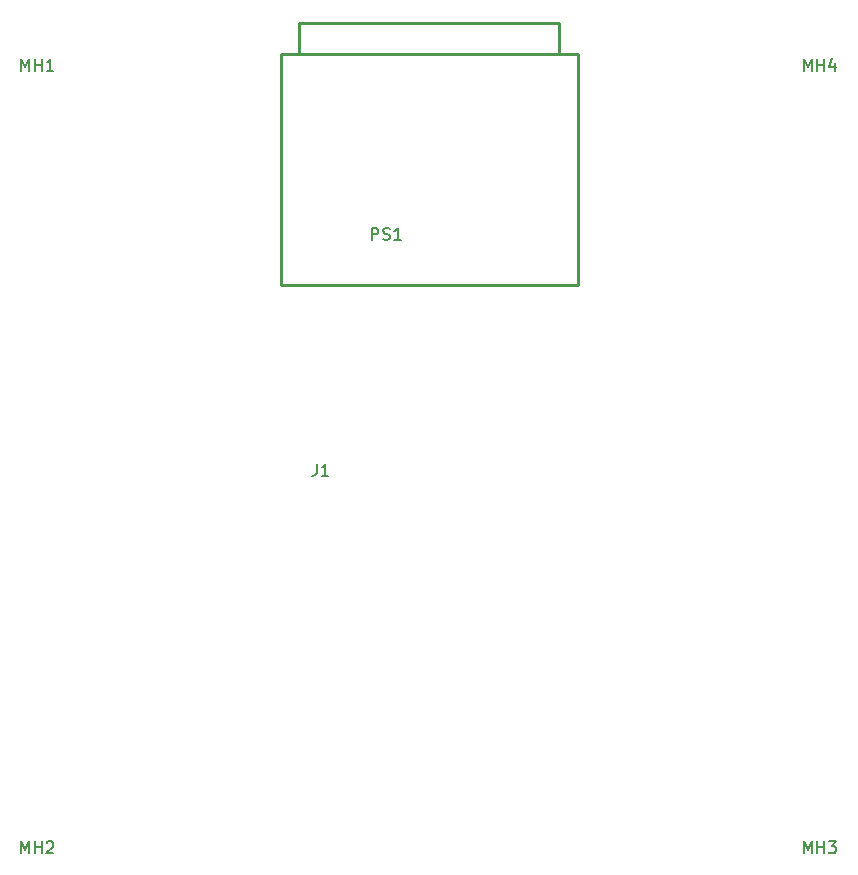
<source format=gbr>
%TF.GenerationSoftware,KiCad,Pcbnew,(5.1.9)-1*%
%TF.CreationDate,2022-02-10T16:59:52-07:00*%
%TF.ProjectId,Stepper_to_XLR4,53746570-7065-4725-9f74-6f5f584c5234,rev?*%
%TF.SameCoordinates,Original*%
%TF.FileFunction,Legend,Top*%
%TF.FilePolarity,Positive*%
%FSLAX46Y46*%
G04 Gerber Fmt 4.6, Leading zero omitted, Abs format (unit mm)*
G04 Created by KiCad (PCBNEW (5.1.9)-1) date 2022-02-10 16:59:52*
%MOMM*%
%LPD*%
G01*
G04 APERTURE LIST*
%ADD10C,0.254000*%
%ADD11C,0.150000*%
G04 APERTURE END LIST*
D10*
%TO.C,PS1*%
X49193000Y2832000D02*
X49193000Y165000D01*
X27193000Y2832000D02*
X27193000Y165000D01*
X25693000Y165000D02*
X25693000Y-19393000D01*
X25693000Y-19393000D02*
X50766000Y-19393000D01*
X50766000Y-19393000D02*
X50766000Y165000D01*
X25693000Y165000D02*
X50693000Y165000D01*
X27193000Y2832000D02*
X49193000Y2832000D01*
%TO.C,J1*%
D11*
X28666666Y-34552380D02*
X28666666Y-35266666D01*
X28619047Y-35409523D01*
X28523809Y-35504761D01*
X28380952Y-35552380D01*
X28285714Y-35552380D01*
X29666666Y-35552380D02*
X29095238Y-35552380D01*
X29380952Y-35552380D02*
X29380952Y-34552380D01*
X29285714Y-34695238D01*
X29190476Y-34790476D01*
X29095238Y-34838095D01*
%TO.C,PS1*%
X33335833Y-15559380D02*
X33335833Y-14559380D01*
X33716785Y-14559380D01*
X33812023Y-14607000D01*
X33859642Y-14654619D01*
X33907261Y-14749857D01*
X33907261Y-14892714D01*
X33859642Y-14987952D01*
X33812023Y-15035571D01*
X33716785Y-15083190D01*
X33335833Y-15083190D01*
X34288214Y-15511761D02*
X34431071Y-15559380D01*
X34669166Y-15559380D01*
X34764404Y-15511761D01*
X34812023Y-15464142D01*
X34859642Y-15368904D01*
X34859642Y-15273666D01*
X34812023Y-15178428D01*
X34764404Y-15130809D01*
X34669166Y-15083190D01*
X34478690Y-15035571D01*
X34383452Y-14987952D01*
X34335833Y-14940333D01*
X34288214Y-14845095D01*
X34288214Y-14749857D01*
X34335833Y-14654619D01*
X34383452Y-14607000D01*
X34478690Y-14559380D01*
X34716785Y-14559380D01*
X34859642Y-14607000D01*
X35812023Y-15559380D02*
X35240595Y-15559380D01*
X35526309Y-15559380D02*
X35526309Y-14559380D01*
X35431071Y-14702238D01*
X35335833Y-14797476D01*
X35240595Y-14845095D01*
%TO.C,MH4*%
X69916666Y-1252380D02*
X69916666Y-252380D01*
X70250000Y-966666D01*
X70583333Y-252380D01*
X70583333Y-1252380D01*
X71059523Y-1252380D02*
X71059523Y-252380D01*
X71059523Y-728571D02*
X71630952Y-728571D01*
X71630952Y-1252380D02*
X71630952Y-252380D01*
X72535714Y-585714D02*
X72535714Y-1252380D01*
X72297619Y-204761D02*
X72059523Y-919047D01*
X72678571Y-919047D01*
%TO.C,MH3*%
X69916666Y-67502380D02*
X69916666Y-66502380D01*
X70250000Y-67216666D01*
X70583333Y-66502380D01*
X70583333Y-67502380D01*
X71059523Y-67502380D02*
X71059523Y-66502380D01*
X71059523Y-66978571D02*
X71630952Y-66978571D01*
X71630952Y-67502380D02*
X71630952Y-66502380D01*
X72011904Y-66502380D02*
X72630952Y-66502380D01*
X72297619Y-66883333D01*
X72440476Y-66883333D01*
X72535714Y-66930952D01*
X72583333Y-66978571D01*
X72630952Y-67073809D01*
X72630952Y-67311904D01*
X72583333Y-67407142D01*
X72535714Y-67454761D01*
X72440476Y-67502380D01*
X72154761Y-67502380D01*
X72059523Y-67454761D01*
X72011904Y-67407142D01*
%TO.C,MH2*%
X3666666Y-67502380D02*
X3666666Y-66502380D01*
X4000000Y-67216666D01*
X4333333Y-66502380D01*
X4333333Y-67502380D01*
X4809523Y-67502380D02*
X4809523Y-66502380D01*
X4809523Y-66978571D02*
X5380952Y-66978571D01*
X5380952Y-67502380D02*
X5380952Y-66502380D01*
X5809523Y-66597619D02*
X5857142Y-66550000D01*
X5952380Y-66502380D01*
X6190476Y-66502380D01*
X6285714Y-66550000D01*
X6333333Y-66597619D01*
X6380952Y-66692857D01*
X6380952Y-66788095D01*
X6333333Y-66930952D01*
X5761904Y-67502380D01*
X6380952Y-67502380D01*
%TO.C,MH1*%
X3666666Y-1252380D02*
X3666666Y-252380D01*
X4000000Y-966666D01*
X4333333Y-252380D01*
X4333333Y-1252380D01*
X4809523Y-1252380D02*
X4809523Y-252380D01*
X4809523Y-728571D02*
X5380952Y-728571D01*
X5380952Y-1252380D02*
X5380952Y-252380D01*
X6380952Y-1252380D02*
X5809523Y-1252380D01*
X6095238Y-1252380D02*
X6095238Y-252380D01*
X6000000Y-395238D01*
X5904761Y-490476D01*
X5809523Y-538095D01*
%TD*%
M02*

</source>
